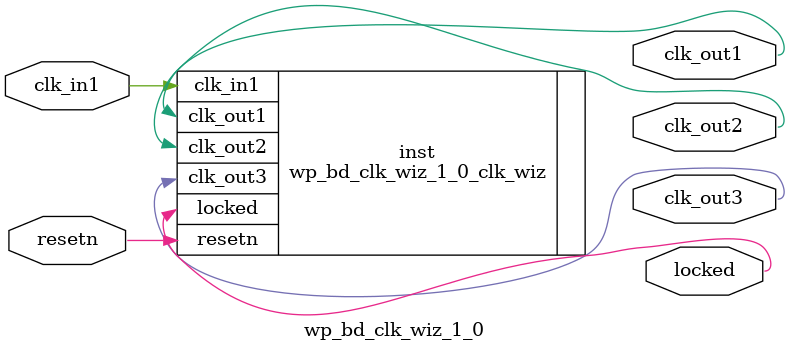
<source format=v>


`timescale 1ps/1ps

(* CORE_GENERATION_INFO = "wp_bd_clk_wiz_1_0,clk_wiz_v6_0_2_0_0,{component_name=wp_bd_clk_wiz_1_0,use_phase_alignment=true,use_min_o_jitter=false,use_max_i_jitter=false,use_dyn_phase_shift=false,use_inclk_switchover=false,use_dyn_reconfig=false,enable_axi=0,feedback_source=FDBK_AUTO,PRIMITIVE=MMCM,num_out_clk=3,clkin1_period=10.000,clkin2_period=10.000,use_power_down=false,use_reset=true,use_locked=true,use_inclk_stopped=false,feedback_type=SINGLE,CLOCK_MGR_TYPE=NA,manual_override=false}" *)

module wp_bd_clk_wiz_1_0 
 (
  // Clock out ports
  output        clk_out1,
  output        clk_out2,
  output        clk_out3,
  // Status and control signals
  input         resetn,
  output        locked,
 // Clock in ports
  input         clk_in1
 );

  wp_bd_clk_wiz_1_0_clk_wiz inst
  (
  // Clock out ports  
  .clk_out1(clk_out1),
  .clk_out2(clk_out2),
  .clk_out3(clk_out3),
  // Status and control signals               
  .resetn(resetn), 
  .locked(locked),
 // Clock in ports
  .clk_in1(clk_in1)
  );

endmodule

</source>
